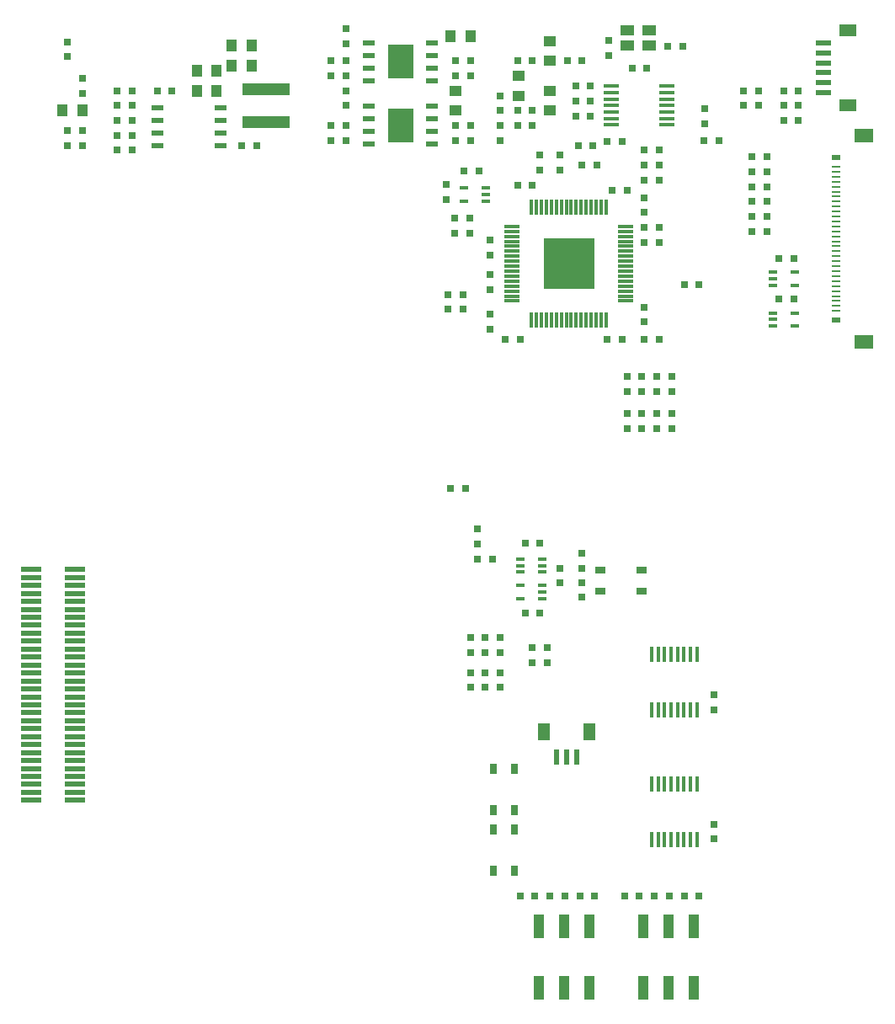
<source format=gbr>
G04 #@! TF.FileFunction,Paste,Top*
%FSLAX46Y46*%
G04 Gerber Fmt 4.6, Leading zero omitted, Abs format (unit mm)*
G04 Created by KiCad (PCBNEW 4.0.7) date 05/19/19 12:52:10*
%MOMM*%
%LPD*%
G01*
G04 APERTURE LIST*
%ADD10C,0.100000*%
%ADD11R,2.000000X0.500000*%
%ADD12R,1.050000X0.650000*%
%ADD13R,1.000000X1.250000*%
%ADD14R,0.800000X0.750000*%
%ADD15R,0.750000X0.800000*%
%ADD16R,1.250000X1.000000*%
%ADD17R,0.650000X1.050000*%
%ADD18R,0.900000X0.250000*%
%ADD19R,0.900000X0.550000*%
%ADD20R,1.900000X1.400000*%
%ADD21R,1.130000X2.440000*%
%ADD22R,1.143000X0.508000*%
%ADD23R,2.613000X3.502000*%
%ADD24R,1.500000X0.300000*%
%ADD25R,0.300000X1.500000*%
%ADD26R,5.200000X5.200000*%
%ADD27R,4.700000X1.250000*%
%ADD28R,0.900000X0.400000*%
%ADD29R,1.600000X0.350000*%
%ADD30R,0.350000X1.600000*%
%ADD31R,1.400000X1.000000*%
%ADD32R,1.550000X0.600000*%
%ADD33R,1.800000X1.200000*%
%ADD34R,0.600000X1.550000*%
%ADD35R,1.200000X1.800000*%
G04 APERTURE END LIST*
D10*
D11*
X63350000Y-128850000D03*
X67750000Y-128850000D03*
X63350000Y-128050000D03*
X67750000Y-128050000D03*
X63350000Y-127250000D03*
X67750000Y-127250000D03*
X63350000Y-126450000D03*
X67750000Y-126450000D03*
X63350000Y-125650000D03*
X67750000Y-125650000D03*
X63350000Y-124850000D03*
X67750000Y-124850000D03*
X63350000Y-124050000D03*
X67750000Y-124050000D03*
X63350000Y-123250000D03*
X67750000Y-123250000D03*
X63350000Y-122450000D03*
X67750000Y-122450000D03*
X63350000Y-121650000D03*
X67750000Y-121650000D03*
X63350000Y-120850000D03*
X67750000Y-120850000D03*
X63350000Y-120050000D03*
X67750000Y-120050000D03*
X63350000Y-119250000D03*
X67750000Y-119250000D03*
X63350000Y-118450000D03*
X67750000Y-118450000D03*
X63350000Y-117650000D03*
X67750000Y-117650000D03*
X63350000Y-116850000D03*
X67750000Y-116850000D03*
X63350000Y-116050000D03*
X67750000Y-116050000D03*
X63350000Y-115250000D03*
X67750000Y-115250000D03*
X63350000Y-114450000D03*
X67750000Y-114450000D03*
X63350000Y-113650000D03*
X67750000Y-113650000D03*
X63350000Y-112850000D03*
X67750000Y-112850000D03*
X63350000Y-112050000D03*
X67750000Y-112050000D03*
X63350000Y-111250000D03*
X67750000Y-111250000D03*
X63350000Y-110450000D03*
X67750000Y-110450000D03*
X63350000Y-109650000D03*
X67750000Y-109650000D03*
X63350000Y-108850000D03*
X67750000Y-108850000D03*
X63350000Y-108050000D03*
X67750000Y-108050000D03*
X63350000Y-107250000D03*
X67750000Y-107250000D03*
X63350000Y-106450000D03*
X67750000Y-106450000D03*
X63350000Y-105650000D03*
X67750000Y-105650000D03*
D12*
X124750000Y-107850000D03*
X120600000Y-107850000D03*
X124750000Y-105700000D03*
X120600000Y-105700000D03*
D13*
X80000000Y-57500000D03*
X82000000Y-57500000D03*
X80000000Y-55500000D03*
X82000000Y-55500000D03*
D14*
X73500000Y-63500000D03*
X72000000Y-63500000D03*
X73500000Y-60500000D03*
X72000000Y-60500000D03*
D15*
X95000000Y-52750000D03*
X95000000Y-51250000D03*
X95000000Y-59000000D03*
X95000000Y-57500000D03*
X118700000Y-106950000D03*
X118700000Y-108450000D03*
D14*
X86000000Y-63000000D03*
X84500000Y-63000000D03*
D15*
X116500000Y-105500000D03*
X116500000Y-107000000D03*
D13*
X85500000Y-55000000D03*
X83500000Y-55000000D03*
X85500000Y-53000000D03*
X83500000Y-53000000D03*
X105500000Y-52000000D03*
X107500000Y-52000000D03*
D16*
X106000000Y-59500000D03*
X106000000Y-57500000D03*
D14*
X114500000Y-103000000D03*
X113000000Y-103000000D03*
D16*
X115500000Y-54500000D03*
X115500000Y-52500000D03*
D14*
X118750000Y-65000000D03*
X120250000Y-65000000D03*
X126500000Y-63500000D03*
X125000000Y-63500000D03*
X113750000Y-67000000D03*
X112250000Y-67000000D03*
X126500000Y-65000000D03*
X125000000Y-65000000D03*
X126500000Y-66500000D03*
X125000000Y-66500000D03*
D15*
X110500000Y-61000000D03*
X110500000Y-62500000D03*
X110500000Y-59500000D03*
X110500000Y-58000000D03*
X109500000Y-81500000D03*
X109500000Y-80000000D03*
D16*
X115500000Y-59500000D03*
X115500000Y-57500000D03*
D15*
X125000000Y-79250000D03*
X125000000Y-80750000D03*
X125000000Y-69750000D03*
X125000000Y-68250000D03*
D14*
X121750000Y-67500000D03*
X123250000Y-67500000D03*
D15*
X109500000Y-72500000D03*
X109500000Y-74000000D03*
X116500000Y-65500000D03*
X116500000Y-64000000D03*
X109500000Y-77500000D03*
X109500000Y-76000000D03*
D14*
X137350000Y-65650000D03*
X135850000Y-65650000D03*
X112500000Y-82500000D03*
X111000000Y-82500000D03*
X137350000Y-64150000D03*
X135850000Y-64150000D03*
X137350000Y-68650000D03*
X135850000Y-68650000D03*
X121250000Y-82500000D03*
X122750000Y-82500000D03*
X137350000Y-67150000D03*
X135850000Y-67150000D03*
X137350000Y-70150000D03*
X135850000Y-70150000D03*
X137350000Y-71650000D03*
X135850000Y-71650000D03*
D15*
X121400000Y-53950000D03*
X121400000Y-52450000D03*
X105100000Y-68450000D03*
X105100000Y-66950000D03*
D14*
X127350000Y-53050000D03*
X128850000Y-53050000D03*
X140050000Y-78450000D03*
X138550000Y-78450000D03*
X140050000Y-74350000D03*
X138550000Y-74350000D03*
D15*
X119600000Y-58550000D03*
X119600000Y-60050000D03*
D14*
X121250000Y-62600000D03*
X122750000Y-62600000D03*
X119850000Y-63000000D03*
X118350000Y-63000000D03*
D16*
X112400000Y-56000000D03*
X112400000Y-58000000D03*
D14*
X131000000Y-62500000D03*
X132500000Y-62500000D03*
D15*
X132000000Y-132750000D03*
X132000000Y-131250000D03*
X132000000Y-119750000D03*
X132000000Y-118250000D03*
D14*
X113750000Y-113500000D03*
X115250000Y-113500000D03*
X73500000Y-62000000D03*
X72000000Y-62000000D03*
D15*
X72000000Y-57500000D03*
X72000000Y-59000000D03*
X118700000Y-105550000D03*
X118700000Y-104050000D03*
D14*
X95000000Y-56000000D03*
X93500000Y-56000000D03*
X95000000Y-62500000D03*
X93500000Y-62500000D03*
D15*
X73500000Y-57500000D03*
X73500000Y-59000000D03*
D14*
X77500000Y-57500000D03*
X76000000Y-57500000D03*
X135000000Y-57500000D03*
X136500000Y-57500000D03*
X107500000Y-54500000D03*
X106000000Y-54500000D03*
X107500000Y-56000000D03*
X106000000Y-56000000D03*
X107500000Y-61000000D03*
X106000000Y-61000000D03*
X107500000Y-62500000D03*
X106000000Y-62500000D03*
X93500000Y-54500000D03*
X95000000Y-54500000D03*
X93500000Y-61000000D03*
X95000000Y-61000000D03*
X108250000Y-104600000D03*
X109750000Y-104600000D03*
D15*
X108250000Y-103050000D03*
X108250000Y-101550000D03*
X110500000Y-114000000D03*
X110500000Y-112500000D03*
X110500000Y-117500000D03*
X110500000Y-116000000D03*
X109000000Y-114000000D03*
X109000000Y-112500000D03*
X109000000Y-117500000D03*
X109000000Y-116000000D03*
X107500000Y-114000000D03*
X107500000Y-112500000D03*
X107500000Y-117500000D03*
X107500000Y-116000000D03*
D14*
X113750000Y-54500000D03*
X112250000Y-54500000D03*
D15*
X105950000Y-70350000D03*
X105950000Y-71850000D03*
X107450000Y-71850000D03*
X107450000Y-70350000D03*
D14*
X117250000Y-54500000D03*
X118750000Y-54500000D03*
X113750000Y-61000000D03*
X112250000Y-61000000D03*
X113750000Y-59500000D03*
X112250000Y-59500000D03*
X105250000Y-78000000D03*
X106750000Y-78000000D03*
X126500000Y-82500000D03*
X125000000Y-82500000D03*
X105250000Y-79500000D03*
X106750000Y-79500000D03*
D15*
X124750000Y-87750000D03*
X124750000Y-86250000D03*
X124750000Y-91500000D03*
X124750000Y-90000000D03*
X127750000Y-87750000D03*
X127750000Y-86250000D03*
X127750000Y-91500000D03*
X127750000Y-90000000D03*
X126250000Y-87750000D03*
X126250000Y-86250000D03*
X126250000Y-91500000D03*
X126250000Y-90000000D03*
X123250000Y-87750000D03*
X123250000Y-86250000D03*
X123250000Y-91500000D03*
X123250000Y-90000000D03*
D14*
X119600000Y-57050000D03*
X118100000Y-57050000D03*
X106850000Y-65600000D03*
X108350000Y-65600000D03*
X115250000Y-115000000D03*
X113750000Y-115000000D03*
X125250000Y-55250000D03*
X123750000Y-55250000D03*
X105500000Y-97500000D03*
X107000000Y-97500000D03*
D15*
X131100000Y-60800000D03*
X131100000Y-59300000D03*
D14*
X124500000Y-138500000D03*
X123000000Y-138500000D03*
X114000000Y-138500000D03*
X112500000Y-138500000D03*
X127500000Y-138500000D03*
X126000000Y-138500000D03*
X117000000Y-138500000D03*
X115500000Y-138500000D03*
X130500000Y-138500000D03*
X129000000Y-138500000D03*
X120000000Y-138500000D03*
X118500000Y-138500000D03*
D17*
X109800000Y-135950000D03*
X109800000Y-131800000D03*
X111950000Y-135950000D03*
X111950000Y-131800000D03*
X109800000Y-129850000D03*
X109800000Y-125700000D03*
X111950000Y-129850000D03*
X111950000Y-125700000D03*
D15*
X67000000Y-54100000D03*
X67000000Y-52600000D03*
D13*
X68500000Y-59500000D03*
X66500000Y-59500000D03*
D14*
X68500000Y-61500000D03*
X67000000Y-61500000D03*
X68500000Y-63000000D03*
X67000000Y-63000000D03*
D18*
X144280000Y-65150000D03*
X144280000Y-65650000D03*
X144280000Y-66150000D03*
X144280000Y-66650000D03*
X144280000Y-67150000D03*
X144280000Y-67650000D03*
X144280000Y-68150000D03*
X144280000Y-68650000D03*
X144280000Y-69150000D03*
X144280000Y-69650000D03*
X144280000Y-70150000D03*
X144280000Y-70650000D03*
X144280000Y-71150000D03*
X144280000Y-71650000D03*
X144280000Y-72150000D03*
X144280000Y-72650000D03*
X144280000Y-73150000D03*
X144280000Y-73650000D03*
X144280000Y-74150000D03*
X144280000Y-74650000D03*
X144280000Y-75153000D03*
X144280000Y-75650000D03*
X144280000Y-76150000D03*
X144280000Y-76650000D03*
X144280000Y-77150000D03*
X144280000Y-77650000D03*
X144280000Y-78150000D03*
X144280000Y-78650000D03*
X144280000Y-79150000D03*
X144280000Y-79650000D03*
D19*
X144280000Y-64250000D03*
X144280000Y-80550000D03*
D20*
X147100000Y-62050000D03*
X147100000Y-82750000D03*
D21*
X124920000Y-147670000D03*
X124920000Y-141500000D03*
X127460000Y-147670000D03*
X127460000Y-141500000D03*
X130000000Y-147670000D03*
X130000000Y-141500000D03*
X114420000Y-147670000D03*
X114420000Y-141500000D03*
X116960000Y-147670000D03*
X116960000Y-141500000D03*
X119500000Y-147670000D03*
X119500000Y-141500000D03*
D22*
X76000000Y-63040000D03*
X76000000Y-61770000D03*
X76000000Y-60500000D03*
X76000000Y-59230000D03*
X82350000Y-59230000D03*
X82350000Y-60500000D03*
X82350000Y-61770000D03*
X82350000Y-63040000D03*
X103675000Y-52690000D03*
X103675000Y-53960000D03*
X103675000Y-55230000D03*
X103675000Y-56500000D03*
X97325000Y-56500000D03*
X97325000Y-55230000D03*
X97325000Y-53960000D03*
X97325000Y-52690000D03*
D23*
X100500000Y-54595000D03*
D22*
X103675000Y-59095000D03*
X103675000Y-60365000D03*
X103675000Y-61635000D03*
X103675000Y-62905000D03*
X97325000Y-62905000D03*
X97325000Y-61635000D03*
X97325000Y-60365000D03*
X97325000Y-59095000D03*
D23*
X100500000Y-61000000D03*
D24*
X111700000Y-71150000D03*
X111700000Y-71650000D03*
X111700000Y-72150000D03*
X111700000Y-72650000D03*
X111700000Y-73150000D03*
X111700000Y-73650000D03*
X111700000Y-74150000D03*
X111700000Y-74650000D03*
X111700000Y-75150000D03*
X111700000Y-75650000D03*
X111700000Y-76150000D03*
X111700000Y-76650000D03*
X111700000Y-77150000D03*
X111700000Y-77650000D03*
X111700000Y-78150000D03*
X111700000Y-78650000D03*
D25*
X113650000Y-80600000D03*
X114150000Y-80600000D03*
X114650000Y-80600000D03*
X115150000Y-80600000D03*
X115650000Y-80600000D03*
X116150000Y-80600000D03*
X116650000Y-80600000D03*
X117150000Y-80600000D03*
X117650000Y-80600000D03*
X118150000Y-80600000D03*
X118650000Y-80600000D03*
X119150000Y-80600000D03*
X119650000Y-80600000D03*
X120150000Y-80600000D03*
X120650000Y-80600000D03*
X121150000Y-80600000D03*
D24*
X123100000Y-78650000D03*
X123100000Y-78150000D03*
X123100000Y-77650000D03*
X123100000Y-77150000D03*
X123100000Y-76650000D03*
X123100000Y-76150000D03*
X123100000Y-75650000D03*
X123100000Y-75150000D03*
X123100000Y-74650000D03*
X123100000Y-74150000D03*
X123100000Y-73650000D03*
X123100000Y-73150000D03*
X123100000Y-72650000D03*
X123100000Y-72150000D03*
X123100000Y-71650000D03*
X123100000Y-71150000D03*
D25*
X121150000Y-69200000D03*
X120650000Y-69200000D03*
X120150000Y-69200000D03*
X119650000Y-69200000D03*
X119150000Y-69200000D03*
X118650000Y-69200000D03*
X118150000Y-69200000D03*
X117650000Y-69200000D03*
X117150000Y-69200000D03*
X116650000Y-69200000D03*
X116150000Y-69200000D03*
X115650000Y-69200000D03*
X115150000Y-69200000D03*
X114650000Y-69200000D03*
X114150000Y-69200000D03*
X113650000Y-69200000D03*
D26*
X117400000Y-74900000D03*
D15*
X68500000Y-57750000D03*
X68500000Y-56250000D03*
X118100000Y-58550000D03*
X118100000Y-60050000D03*
D27*
X87000000Y-60625000D03*
X87000000Y-57375000D03*
D28*
X114750000Y-108550000D03*
X114750000Y-107900000D03*
X114750000Y-107250000D03*
X112550000Y-108550000D03*
X112550000Y-107250000D03*
X112550000Y-104600000D03*
X112550000Y-105250000D03*
X112550000Y-105900000D03*
X114750000Y-105250000D03*
X114750000Y-105900000D03*
X114750000Y-104600000D03*
X109050000Y-68600000D03*
X109050000Y-67950000D03*
X109050000Y-67300000D03*
X106850000Y-68600000D03*
X106850000Y-67300000D03*
X137900000Y-75750000D03*
X137900000Y-76400000D03*
X137900000Y-77050000D03*
X140100000Y-75750000D03*
X140100000Y-77050000D03*
X137900000Y-79850000D03*
X137900000Y-80500000D03*
X137900000Y-81150000D03*
X140100000Y-79850000D03*
X140100000Y-81150000D03*
D29*
X121700000Y-57050000D03*
X121700000Y-57700000D03*
X121700000Y-58350000D03*
X121700000Y-59000000D03*
X121700000Y-59650000D03*
X121700000Y-60300000D03*
X121700000Y-60950000D03*
X127300000Y-60950000D03*
X127300000Y-60300000D03*
X127300000Y-59650000D03*
X127300000Y-59000000D03*
X127300000Y-58350000D03*
X127300000Y-57700000D03*
X127300000Y-57050000D03*
D30*
X130275000Y-127200000D03*
X129625000Y-127200000D03*
X128975000Y-127200000D03*
X128325000Y-127200000D03*
X127675000Y-127200000D03*
X127025000Y-127200000D03*
X126375000Y-127200000D03*
X125725000Y-127200000D03*
X130275000Y-132800000D03*
X129625000Y-132800000D03*
X128975000Y-132800000D03*
X128325000Y-132800000D03*
X127675000Y-132800000D03*
X127025000Y-132800000D03*
X126375000Y-132800000D03*
X125725000Y-132800000D03*
X130275000Y-114200000D03*
X129625000Y-114200000D03*
X128975000Y-114200000D03*
X128325000Y-114200000D03*
X127675000Y-114200000D03*
X127025000Y-114200000D03*
X126375000Y-114200000D03*
X125725000Y-114200000D03*
X130275000Y-119800000D03*
X129625000Y-119800000D03*
X128975000Y-119800000D03*
X128325000Y-119800000D03*
X127675000Y-119800000D03*
X127025000Y-119800000D03*
X126375000Y-119800000D03*
X125725000Y-119800000D03*
D31*
X123300000Y-53000000D03*
X125500000Y-53000000D03*
X123300000Y-51400000D03*
X125500000Y-51400000D03*
D14*
X135000000Y-59000000D03*
X136500000Y-59000000D03*
D15*
X114500000Y-65500000D03*
X114500000Y-64000000D03*
D14*
X129000000Y-77000000D03*
X130500000Y-77000000D03*
D15*
X125000000Y-72750000D03*
X125000000Y-71250000D03*
X126500000Y-72750000D03*
X126500000Y-71250000D03*
D14*
X113000000Y-110000000D03*
X114500000Y-110000000D03*
D32*
X142975000Y-52700000D03*
X142975000Y-53700000D03*
X142975000Y-54700000D03*
X142975000Y-55700000D03*
X142975000Y-56700000D03*
X142975000Y-57700000D03*
D33*
X145500000Y-51400000D03*
X145500000Y-59000000D03*
D14*
X140500000Y-57500000D03*
X139000000Y-57500000D03*
X140500000Y-59000000D03*
X139000000Y-59000000D03*
X140500000Y-60500000D03*
X139000000Y-60500000D03*
D34*
X116200000Y-124525000D03*
X117200000Y-124525000D03*
X118200000Y-124525000D03*
D35*
X114900000Y-122000000D03*
X119500000Y-122000000D03*
M02*

</source>
